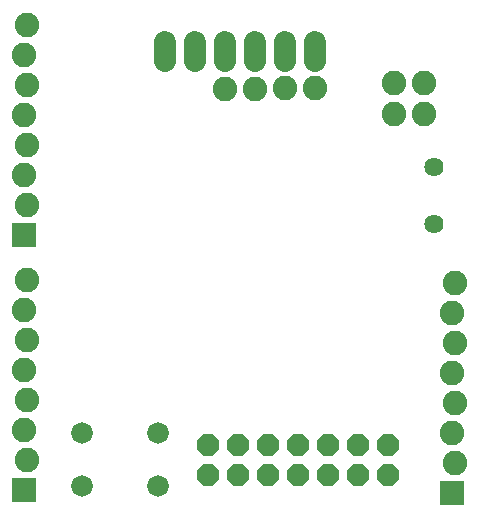
<source format=gbs>
G75*
G70*
%OFA0B0*%
%FSLAX24Y24*%
%IPPOS*%
%LPD*%
%AMOC8*
5,1,8,0,0,1.08239X$1,22.5*
%
%ADD10C,0.0640*%
%ADD11R,0.0820X0.0820*%
%ADD12C,0.0820*%
%ADD13OC8,0.0720*%
%ADD14C,0.0720*%
%ADD15C,0.0720*%
D10*
X015286Y010011D03*
X015286Y011911D03*
D11*
X001596Y001141D03*
X001596Y009641D03*
X015876Y001021D03*
D12*
X015976Y002021D03*
X015876Y003021D03*
X015976Y004021D03*
X015876Y005021D03*
X015976Y006021D03*
X015876Y007021D03*
X015976Y008021D03*
X014926Y013661D03*
X014926Y014701D03*
X013926Y014701D03*
X013926Y013661D03*
X011306Y014541D03*
X010306Y014541D03*
X009306Y014501D03*
X008306Y014501D03*
X001696Y014641D03*
X001596Y013641D03*
X001696Y012641D03*
X001596Y011641D03*
X001696Y010641D03*
X001696Y008141D03*
X001596Y007141D03*
X001696Y006141D03*
X001596Y005141D03*
X001696Y004141D03*
X001596Y003141D03*
X001696Y002141D03*
X001596Y015641D03*
X001696Y016641D03*
D13*
X007746Y002641D03*
X007746Y001641D03*
X008746Y001641D03*
X008746Y002641D03*
X009746Y002641D03*
X009746Y001641D03*
X010746Y001641D03*
X010746Y002641D03*
X011746Y002641D03*
X011746Y001641D03*
X012746Y001641D03*
X012746Y002641D03*
X013746Y002641D03*
X013746Y001641D03*
D14*
X006086Y001251D03*
X006086Y003031D03*
X003526Y003031D03*
X003526Y001251D03*
D15*
X006306Y015441D02*
X006306Y016081D01*
X007306Y016081D02*
X007306Y015441D01*
X008306Y015441D02*
X008306Y016081D01*
X009306Y016081D02*
X009306Y015441D01*
X010306Y015441D02*
X010306Y016081D01*
X011306Y016081D02*
X011306Y015441D01*
M02*

</source>
